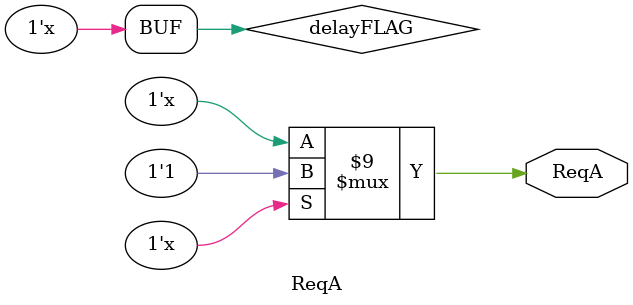
<source format=v>
`timescale 1ns / 10ps


module ReqA (

	output reg ReqA

);

reg delayFLAG = 0;
parameter delayTime = 10;

initial ReqA = 0;


always @(*) 
//always
begin
	if (!delayFLAG) 
	begin
		
		#delayTime;
		delayFLAG = ~delayFLAG;
		ReqA = 1;
		
	end

	else 
	begin

		#55  ReqA = ~ReqA;
		#240 ReqA = ~ReqA;
		
	end
end

endmodule

</source>
